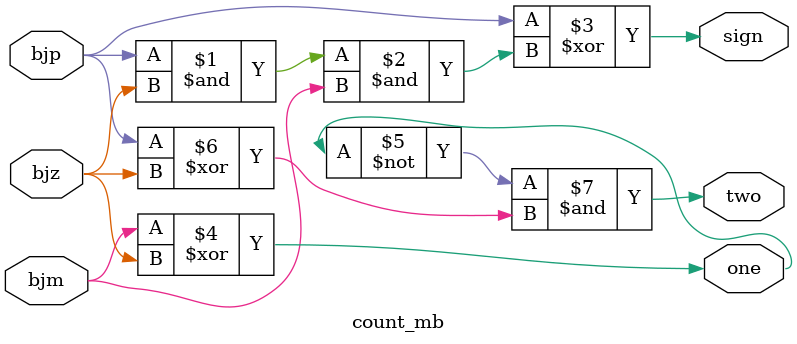
<source format=v>
/* Enkoder MB 8bit*/
/* Przeksztalca liczbe w U2 na reprezenstacje w kodzie MB */

module mb_encoder(a, sign, one, two);
	input	[7:0] a;				/* liczba do przekodowania */
	output  [3:0] sign, one, two;	/* wynik przekodowania */
	genvar i;
	
	for(i=0;i<4;i=i+1) begin
		if(i==0) count_mb cmb1(1'b0, a[2*i], a[2*i+1], sign[i], one[i], two[i]);
		else
		count_mb cmb2(a[2*i-1], a[2*i], a[2*i+1], sign[i], one[i], two[i]);
		
	end
endmodule


module count_mb(bjm, bjz, bjp, sign, one, two);
	input 	bjm, bjz, bjp;	/* pojedyncze bity kodowanej liczby */
	output	sign, one, two;	/* wynik kodowania */
	
	assign sign = bjp ^ (bjp & bjz & bjm);		/* znak /redukcja {+0, -0} na {+0} */
	assign one = bjm ^ bjz;	/* jedynka */
	assign two = ~one & (bjp ^ bjz);	/* dwojka */
	
endmodule
</source>
